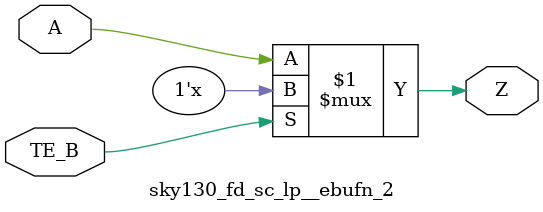
<source format=v>
/*
 * Copyright 2020 The SkyWater PDK Authors
 *
 * Licensed under the Apache License, Version 2.0 (the "License");
 * you may not use this file except in compliance with the License.
 * You may obtain a copy of the License at
 *
 *     https://www.apache.org/licenses/LICENSE-2.0
 *
 * Unless required by applicable law or agreed to in writing, software
 * distributed under the License is distributed on an "AS IS" BASIS,
 * WITHOUT WARRANTIES OR CONDITIONS OF ANY KIND, either express or implied.
 * See the License for the specific language governing permissions and
 * limitations under the License.
 *
 * SPDX-License-Identifier: Apache-2.0
*/


`ifndef SKY130_FD_SC_LP__EBUFN_2_FUNCTIONAL_V
`define SKY130_FD_SC_LP__EBUFN_2_FUNCTIONAL_V

/**
 * ebufn: Tri-state buffer, negative enable.
 *
 * Verilog simulation functional model.
 */

`timescale 1ns / 1ps
`default_nettype none

`celldefine
module sky130_fd_sc_lp__ebufn_2 (
    Z   ,
    A   ,
    TE_B
);

    // Module ports
    output Z   ;
    input  A   ;
    input  TE_B;

    //     Name     Output  Other arguments
    bufif0 bufif00 (Z     , A, TE_B        );

endmodule
`endcelldefine

`default_nettype wire
`endif  // SKY130_FD_SC_LP__EBUFN_2_FUNCTIONAL_V

</source>
